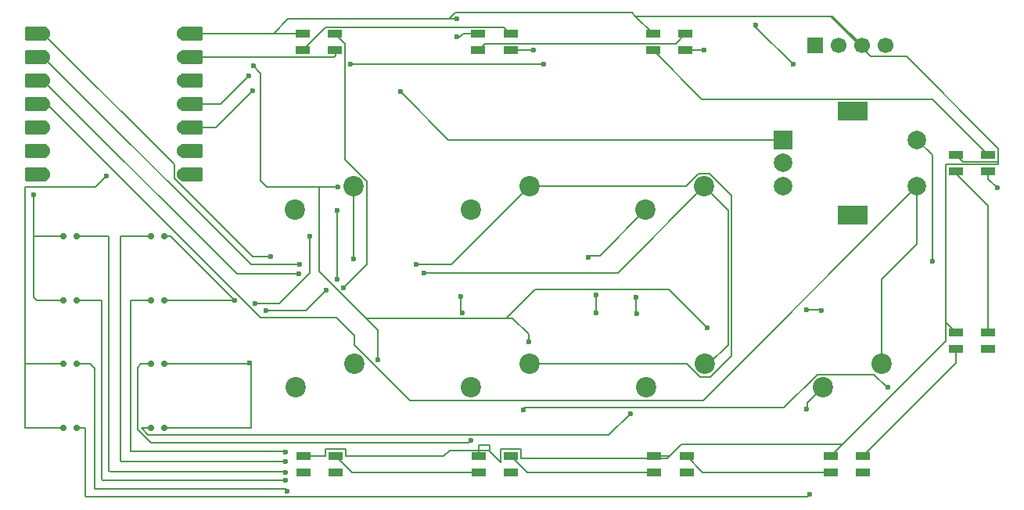
<source format=gbr>
%TF.GenerationSoftware,KiCad,Pcbnew,9.0.6*%
%TF.CreationDate,2025-11-29T18:30:52-05:00*%
%TF.ProjectId,Generalist_Macro,47656e65-7261-46c6-9973-745f4d616372,rev?*%
%TF.SameCoordinates,Original*%
%TF.FileFunction,Copper,L1,Top*%
%TF.FilePolarity,Positive*%
%FSLAX46Y46*%
G04 Gerber Fmt 4.6, Leading zero omitted, Abs format (unit mm)*
G04 Created by KiCad (PCBNEW 9.0.6) date 2025-11-29 18:30:52*
%MOMM*%
%LPD*%
G01*
G04 APERTURE LIST*
G04 Aperture macros list*
%AMRoundRect*
0 Rectangle with rounded corners*
0 $1 Rounding radius*
0 $2 $3 $4 $5 $6 $7 $8 $9 X,Y pos of 4 corners*
0 Add a 4 corners polygon primitive as box body*
4,1,4,$2,$3,$4,$5,$6,$7,$8,$9,$2,$3,0*
0 Add four circle primitives for the rounded corners*
1,1,$1+$1,$2,$3*
1,1,$1+$1,$4,$5*
1,1,$1+$1,$6,$7*
1,1,$1+$1,$8,$9*
0 Add four rect primitives between the rounded corners*
20,1,$1+$1,$2,$3,$4,$5,0*
20,1,$1+$1,$4,$5,$6,$7,0*
20,1,$1+$1,$6,$7,$8,$9,0*
20,1,$1+$1,$8,$9,$2,$3,0*%
G04 Aperture macros list end*
%TA.AperFunction,ComponentPad*%
%ADD10C,2.200000*%
%TD*%
%TA.AperFunction,SMDPad,CuDef*%
%ADD11R,1.600000X0.850000*%
%TD*%
%TA.AperFunction,SMDPad,CuDef*%
%ADD12RoundRect,0.150000X-0.150000X-0.200000X0.150000X-0.200000X0.150000X0.200000X-0.150000X0.200000X0*%
%TD*%
%TA.AperFunction,ComponentPad*%
%ADD13R,1.700000X1.700000*%
%TD*%
%TA.AperFunction,ComponentPad*%
%ADD14C,1.700000*%
%TD*%
%TA.AperFunction,SMDPad,CuDef*%
%ADD15RoundRect,0.150000X0.150000X0.200000X-0.150000X0.200000X-0.150000X-0.200000X0.150000X-0.200000X0*%
%TD*%
%TA.AperFunction,ComponentPad*%
%ADD16R,2.000000X2.000000*%
%TD*%
%TA.AperFunction,ComponentPad*%
%ADD17C,2.000000*%
%TD*%
%TA.AperFunction,ComponentPad*%
%ADD18R,3.200000X2.000000*%
%TD*%
%TA.AperFunction,SMDPad,CuDef*%
%ADD19RoundRect,0.152400X1.063600X0.609600X-1.063600X0.609600X-1.063600X-0.609600X1.063600X-0.609600X0*%
%TD*%
%TA.AperFunction,ComponentPad*%
%ADD20C,1.524000*%
%TD*%
%TA.AperFunction,SMDPad,CuDef*%
%ADD21RoundRect,0.152400X-1.063600X-0.609600X1.063600X-0.609600X1.063600X0.609600X-1.063600X0.609600X0*%
%TD*%
%TA.AperFunction,ViaPad*%
%ADD22C,0.600000*%
%TD*%
%TA.AperFunction,Conductor*%
%ADD23C,0.200000*%
%TD*%
G04 APERTURE END LIST*
D10*
%TO.P,SW5,1,1*%
%TO.N,Net-(D5-A)*%
X84960000Y-94980000D03*
%TO.P,SW5,2,2*%
%TO.N,Column 1*%
X91310000Y-92440000D03*
%TD*%
D11*
%TO.P,D18,1,VDD*%
%TO.N,+5V*%
X104750000Y-56725000D03*
%TO.P,D18,2,DOUT*%
%TO.N,Net-(D18-DOUT)*%
X104750000Y-58475000D03*
%TO.P,D18,3,VSS*%
%TO.N,GND*%
X108250000Y-58475000D03*
%TO.P,D18,4,DIN*%
%TO.N,Net-(D17-DOUT)*%
X108250000Y-56725000D03*
%TD*%
D10*
%TO.P,SW1,1,1*%
%TO.N,Net-(D1-A)*%
X84950000Y-75780000D03*
%TO.P,SW1,2,2*%
%TO.N,Column 1*%
X91300000Y-73240000D03*
%TD*%
D11*
%TO.P,D24,1,VDD*%
%TO.N,+5V*%
X104810000Y-102400000D03*
%TO.P,D24,2,DOUT*%
%TO.N,Net-(D24-DOUT)*%
X104810000Y-104150000D03*
%TO.P,D24,3,VSS*%
%TO.N,GND*%
X108310000Y-104150000D03*
%TO.P,D24,4,DIN*%
%TO.N,Net-(D23-DOUT)*%
X108310000Y-102400000D03*
%TD*%
D10*
%TO.P,SW8,1,1*%
%TO.N,Net-(D8-A)*%
X142050000Y-94980000D03*
%TO.P,SW8,2,2*%
%TO.N,Column 4*%
X148400000Y-92440000D03*
%TD*%
%TO.P,SW7,1,1*%
%TO.N,Net-(D7-A)*%
X122960000Y-94980000D03*
%TO.P,SW7,2,2*%
%TO.N,Column 3*%
X129310000Y-92440000D03*
%TD*%
D11*
%TO.P,D22,1,VDD*%
%TO.N,+5V*%
X142890000Y-102400000D03*
%TO.P,D22,2,DOUT*%
%TO.N,Net-(D22-DOUT)*%
X142890000Y-104150000D03*
%TO.P,D22,3,VSS*%
%TO.N,GND*%
X146390000Y-104150000D03*
%TO.P,D22,4,DIN*%
%TO.N,Net-(D21-DOUT)*%
X146390000Y-102400000D03*
%TD*%
D12*
%TO.P,D7,1,K*%
%TO.N,Row 2*%
X70750000Y-99331500D03*
%TO.P,D7,2,A*%
%TO.N,Net-(D7-A)*%
X69350000Y-99331500D03*
%TD*%
D11*
%TO.P,D23,1,VDD*%
%TO.N,+5V*%
X123800000Y-102400000D03*
%TO.P,D23,2,DOUT*%
%TO.N,Net-(D23-DOUT)*%
X123800000Y-104150000D03*
%TO.P,D23,3,VSS*%
%TO.N,GND*%
X127300000Y-104150000D03*
%TO.P,D23,4,DIN*%
%TO.N,Net-(D22-DOUT)*%
X127300000Y-102400000D03*
%TD*%
D13*
%TO.P,J1,1,Pin_1*%
%TO.N,SDA*%
X141190000Y-58000000D03*
D14*
%TO.P,J1,2,Pin_2*%
%TO.N,SCL*%
X143730000Y-58000000D03*
%TO.P,J1,3,Pin_3*%
%TO.N,+5V*%
X146270000Y-58000000D03*
%TO.P,J1,4,Pin_4*%
%TO.N,GND*%
X148810000Y-58000000D03*
%TD*%
D15*
%TO.P,D3,1,K*%
%TO.N,Row 1*%
X59850000Y-85531500D03*
%TO.P,D3,2,A*%
%TO.N,Net-(D3-A)*%
X61250000Y-85531500D03*
%TD*%
D11*
%TO.P,D25,1,VDD*%
%TO.N,+5V*%
X85800000Y-102400000D03*
%TO.P,D25,2,DOUT*%
%TO.N,unconnected-(D25-DOUT-Pad2)*%
X85800000Y-104150000D03*
%TO.P,D25,3,VSS*%
%TO.N,GND*%
X89300000Y-104150000D03*
%TO.P,D25,4,DIN*%
%TO.N,Net-(D24-DOUT)*%
X89300000Y-102400000D03*
%TD*%
D10*
%TO.P,SW2,1,1*%
%TO.N,Net-(D2-A)*%
X103960000Y-75780000D03*
%TO.P,SW2,2,2*%
%TO.N,Column 2*%
X110310000Y-73240000D03*
%TD*%
%TO.P,SW3,1,1*%
%TO.N,Net-(D3-A)*%
X122860000Y-75780000D03*
%TO.P,SW3,2,2*%
%TO.N,Column 3*%
X129210000Y-73240000D03*
%TD*%
D11*
%TO.P,D17,1,VDD*%
%TO.N,+5V*%
X85740000Y-56725000D03*
%TO.P,D17,2,DOUT*%
%TO.N,Net-(D17-DOUT)*%
X85740000Y-58475000D03*
%TO.P,D17,3,VSS*%
%TO.N,GND*%
X89240000Y-58475000D03*
%TO.P,D17,4,DIN*%
%TO.N,Net-(D16-DOUT)*%
X89240000Y-56725000D03*
%TD*%
D10*
%TO.P,SW6,1,1*%
%TO.N,Net-(D6-A)*%
X103970000Y-94980000D03*
%TO.P,SW6,2,2*%
%TO.N,Column 2*%
X110320000Y-92440000D03*
%TD*%
D16*
%TO.P,SW13,A,A*%
%TO.N,Rotary A*%
X137750000Y-68200000D03*
D17*
%TO.P,SW13,B,B*%
%TO.N,Rotary B*%
X137750000Y-73200000D03*
%TO.P,SW13,C,C*%
%TO.N,GND*%
X137750000Y-70700000D03*
D18*
%TO.P,SW13,MP*%
%TO.N,N/C*%
X145250000Y-65100000D03*
X145250000Y-76300000D03*
D17*
%TO.P,SW13,S1,S1*%
%TO.N,Column 4*%
X152250000Y-73200000D03*
%TO.P,SW13,S2,S2*%
%TO.N,Net-(D4-A)*%
X152250000Y-68200000D03*
%TD*%
D12*
%TO.P,D6,1,K*%
%TO.N,Row 2*%
X70750000Y-92431500D03*
%TO.P,D6,2,A*%
%TO.N,Net-(D6-A)*%
X69350000Y-92431500D03*
%TD*%
D19*
%TO.P,U1,1,GPIO26/ADC0/A0*%
%TO.N,Column 1*%
X56845000Y-56680000D03*
D20*
X57680000Y-56680000D03*
D19*
%TO.P,U1,2,GPIO27/ADC1/A1*%
%TO.N,Column 2*%
X56845000Y-59220000D03*
D20*
X57680000Y-59220000D03*
D19*
%TO.P,U1,3,GPIO28/ADC2/A2*%
%TO.N,Column 3*%
X56845000Y-61760000D03*
D20*
X57680000Y-61760000D03*
D19*
%TO.P,U1,4,GPIO29/ADC3/A3*%
%TO.N,Column 4*%
X56845000Y-64300000D03*
D20*
X57680000Y-64300000D03*
D19*
%TO.P,U1,5,GPIO6/SDA*%
%TO.N,SDA*%
X56845000Y-66840000D03*
D20*
X57680000Y-66840000D03*
D19*
%TO.P,U1,6,GPIO7/SCL*%
%TO.N,SCL*%
X56845000Y-69380000D03*
D20*
X57680000Y-69380000D03*
D19*
%TO.P,U1,7,GPIO0/TX*%
%TO.N,Row 1*%
X56845000Y-71920000D03*
D20*
X57680000Y-71920000D03*
%TO.P,U1,8,GPIO1/RX*%
%TO.N,Net-(D10-DIN)*%
X72920000Y-71920000D03*
D21*
X73755000Y-71920000D03*
D20*
%TO.P,U1,9,GPIO2/SCK*%
%TO.N,Row 2*%
X72920000Y-69380000D03*
D21*
X73755000Y-69380000D03*
D20*
%TO.P,U1,10,GPIO4/MISO*%
%TO.N,Rotary A*%
X72920000Y-66840000D03*
D21*
X73755000Y-66840000D03*
D20*
%TO.P,U1,11,GPIO3/MOSI*%
%TO.N,Rotary B*%
X72920000Y-64300000D03*
D21*
X73755000Y-64300000D03*
D20*
%TO.P,U1,12,3V3*%
%TO.N,unconnected-(U1-3V3-Pad12)*%
X72920000Y-61760000D03*
D21*
X73755000Y-61760000D03*
D20*
%TO.P,U1,13,GND*%
%TO.N,GND*%
X72920000Y-59220000D03*
D21*
X73755000Y-59220000D03*
D20*
%TO.P,U1,14,VBUS*%
%TO.N,+5V*%
X72920000Y-56680000D03*
D21*
X73755000Y-56680000D03*
%TD*%
D11*
%TO.P,D19,1,VDD*%
%TO.N,+5V*%
X123650000Y-56725000D03*
%TO.P,D19,2,DOUT*%
%TO.N,Net-(D19-DOUT)*%
X123650000Y-58475000D03*
%TO.P,D19,3,VSS*%
%TO.N,GND*%
X127150000Y-58475000D03*
%TO.P,D19,4,DIN*%
%TO.N,Net-(D18-DOUT)*%
X127150000Y-56725000D03*
%TD*%
D15*
%TO.P,D8,1,K*%
%TO.N,Row 2*%
X59850000Y-99331500D03*
%TO.P,D8,2,A*%
%TO.N,Net-(D8-A)*%
X61250000Y-99331500D03*
%TD*%
%TO.P,D2,1,K*%
%TO.N,Row 1*%
X59850000Y-78631500D03*
%TO.P,D2,2,A*%
%TO.N,Net-(D2-A)*%
X61250000Y-78631500D03*
%TD*%
%TO.P,D5,1,K*%
%TO.N,Row 2*%
X59850000Y-92431500D03*
%TO.P,D5,2,A*%
%TO.N,Net-(D5-A)*%
X61250000Y-92431500D03*
%TD*%
D12*
%TO.P,D1,1,K*%
%TO.N,Row 1*%
X70750000Y-78631500D03*
%TO.P,D1,2,A*%
%TO.N,Net-(D1-A)*%
X69350000Y-78631500D03*
%TD*%
D11*
%TO.P,D21,1,VDD*%
%TO.N,+5V*%
X156450000Y-89025000D03*
%TO.P,D21,2,DOUT*%
%TO.N,Net-(D21-DOUT)*%
X156450000Y-90775000D03*
%TO.P,D21,3,VSS*%
%TO.N,GND*%
X159950000Y-90775000D03*
%TO.P,D21,4,DIN*%
%TO.N,Net-(D20-DOUT)*%
X159950000Y-89025000D03*
%TD*%
D12*
%TO.P,D4,1,K*%
%TO.N,Row 1*%
X70750000Y-85531500D03*
%TO.P,D4,2,A*%
%TO.N,Net-(D4-A)*%
X69350000Y-85531500D03*
%TD*%
D11*
%TO.P,D20,1,VDD*%
%TO.N,+5V*%
X156450000Y-69825000D03*
%TO.P,D20,2,DOUT*%
%TO.N,Net-(D20-DOUT)*%
X156450000Y-71575000D03*
%TO.P,D20,3,VSS*%
%TO.N,GND*%
X159950000Y-71575000D03*
%TO.P,D20,4,DIN*%
%TO.N,Net-(D19-DOUT)*%
X159950000Y-69825000D03*
%TD*%
D22*
%TO.N,Net-(D1-A)*%
X89500000Y-75800000D03*
X88300000Y-84500000D03*
X89500000Y-83300000D03*
X81800000Y-86700000D03*
X83900000Y-103000000D03*
%TO.N,Net-(D2-A)*%
X80600000Y-85900000D03*
X86500000Y-78600000D03*
X83900000Y-104200000D03*
%TO.N,Net-(D4-A)*%
X83900000Y-102000000D03*
X153900000Y-81300000D03*
X109600000Y-97400000D03*
X149100000Y-95000000D03*
%TO.N,Net-(D3-A)*%
X83900000Y-105000000D03*
X117500000Y-84975735D03*
X117500000Y-86900000D03*
X116675735Y-80924265D03*
%TO.N,Net-(D6-A)*%
X104000000Y-100700000D03*
%TO.N,Net-(D5-A)*%
X84100000Y-106235733D03*
%TO.N,Net-(D7-A)*%
X121200000Y-97800000D03*
%TO.N,Net-(D8-A)*%
X140600000Y-106600000D03*
X140300000Y-97300000D03*
%TO.N,Row 1*%
X78400000Y-85600000D03*
X56600000Y-74100000D03*
%TO.N,Row 2*%
X80000000Y-92300000D03*
X64500000Y-72100000D03*
%TO.N,+5V*%
X102400000Y-55100000D03*
X102400000Y-57000000D03*
X80400000Y-60200000D03*
X89600000Y-73300000D03*
X129510721Y-88493130D03*
X93900000Y-92000000D03*
X110196967Y-90039500D03*
%TO.N,GND*%
X160900000Y-73400000D03*
X121800000Y-85200000D03*
X102900000Y-85100000D03*
X140300000Y-86600000D03*
X129200000Y-58500000D03*
X103000000Y-86900000D03*
X110700000Y-58500000D03*
X121900000Y-87000000D03*
X141900000Y-86700000D03*
%TO.N,SDA*%
X111800000Y-60000000D03*
X90941000Y-60000000D03*
%TO.N,Net-(D16-DOUT)*%
X90200000Y-84200000D03*
%TO.N,SCL*%
X138800000Y-60000000D03*
X134800000Y-55800000D03*
%TO.N,Column 1*%
X91300000Y-81100000D03*
X82300000Y-80800000D03*
%TO.N,Column 2*%
X98000000Y-81700000D03*
X85400000Y-81700000D03*
%TO.N,Column 3*%
X85300000Y-82700000D03*
X98900000Y-82600000D03*
%TO.N,Rotary B*%
X79900000Y-61300000D03*
%TO.N,Rotary A*%
X80300000Y-62900000D03*
X96306985Y-62993015D03*
%TD*%
D23*
%TO.N,Net-(D1-A)*%
X81800000Y-86700000D02*
X86100000Y-86700000D01*
X86100000Y-86700000D02*
X88300000Y-84500000D01*
X89500000Y-83300000D02*
X89500000Y-75800000D01*
X66000000Y-102900000D02*
X66100000Y-103000000D01*
X66100000Y-103000000D02*
X83900000Y-103000000D01*
X66000000Y-78700000D02*
X66000000Y-102900000D01*
X66068500Y-78631500D02*
X66000000Y-78700000D01*
X69350000Y-78631500D02*
X66068500Y-78631500D01*
%TO.N,Net-(D2-A)*%
X64731500Y-78631500D02*
X64800000Y-78700000D01*
X61250000Y-78631500D02*
X64731500Y-78631500D01*
X64800000Y-78700000D02*
X64800000Y-104000000D01*
X64800000Y-104000000D02*
X64900000Y-104100000D01*
X61250000Y-78550000D02*
X61200000Y-78500000D01*
X61250000Y-78631500D02*
X61250000Y-78550000D01*
%TO.N,Net-(D3-A)*%
X63931500Y-85531500D02*
X64000000Y-85600000D01*
X61250000Y-85531500D02*
X63931500Y-85531500D01*
X64000000Y-85600000D02*
X64000000Y-104900000D01*
X64000000Y-104900000D02*
X64100000Y-105000000D01*
%TO.N,Net-(D8-A)*%
X62131500Y-99331500D02*
X62200000Y-99400000D01*
X62200000Y-106735733D02*
X62300000Y-106835733D01*
X61250000Y-99331500D02*
X62131500Y-99331500D01*
X62200000Y-99400000D02*
X62200000Y-106735733D01*
X62300000Y-106835733D02*
X62600000Y-106835733D01*
%TO.N,Net-(D2-A)*%
X64900000Y-104100000D02*
X83800000Y-104100000D01*
X83800000Y-104100000D02*
X83900000Y-104200000D01*
X86500000Y-82600000D02*
X86500000Y-78600000D01*
X80600000Y-85900000D02*
X83200000Y-85900000D01*
X83200000Y-85900000D02*
X86500000Y-82600000D01*
%TO.N,Net-(D4-A)*%
X67100000Y-101900000D02*
X83800000Y-101900000D01*
X109600000Y-97400000D02*
X109801000Y-97199000D01*
X137849686Y-97199000D02*
X141469686Y-93579000D01*
X69350000Y-85531500D02*
X67168500Y-85531500D01*
X109801000Y-97199000D02*
X137849686Y-97199000D01*
X147557686Y-93579000D02*
X148978686Y-95000000D01*
X148978686Y-95000000D02*
X149100000Y-95000000D01*
X67100000Y-85600000D02*
X67100000Y-101900000D01*
X67168500Y-85531500D02*
X67100000Y-85600000D01*
X83800000Y-101900000D02*
X83900000Y-102000000D01*
X141469686Y-93579000D02*
X147557686Y-93579000D01*
X153900000Y-81300000D02*
X153900000Y-69850000D01*
X153900000Y-69850000D02*
X152250000Y-68200000D01*
%TO.N,Net-(D3-A)*%
X117500000Y-86900000D02*
X117500000Y-84975735D01*
X117940000Y-80700000D02*
X122860000Y-75780000D01*
X64100000Y-105000000D02*
X83900000Y-105000000D01*
X116675735Y-80924265D02*
X116900000Y-80700000D01*
X116900000Y-80700000D02*
X117940000Y-80700000D01*
%TO.N,Net-(D6-A)*%
X69350000Y-92431500D02*
X68268500Y-92431500D01*
X67899000Y-92801000D02*
X67899000Y-99566100D01*
X67899000Y-99566100D02*
X69332900Y-101000000D01*
X68268500Y-92431500D02*
X67899000Y-92801000D01*
X69332900Y-101000000D02*
X103700000Y-101000000D01*
X103700000Y-101000000D02*
X104000000Y-100700000D01*
%TO.N,Net-(D5-A)*%
X61250000Y-92431500D02*
X62731500Y-92431500D01*
X62731500Y-92431500D02*
X63200000Y-92900000D01*
X83864267Y-106000000D02*
X84100000Y-106235733D01*
X63200000Y-92900000D02*
X63200000Y-106000000D01*
X63200000Y-106000000D02*
X83864267Y-106000000D01*
%TO.N,+5V*%
X105973500Y-101236500D02*
X104810000Y-101236500D01*
X104810000Y-101236500D02*
X104810000Y-102400000D01*
X126636500Y-101236500D02*
X125173000Y-102700000D01*
X109411000Y-102700000D02*
X109411000Y-101674000D01*
X125173000Y-102700000D02*
X109411000Y-102700000D01*
X109411000Y-101674000D02*
X107209000Y-101674000D01*
X107209000Y-101674000D02*
X107209000Y-103109000D01*
X107209000Y-103109000D02*
X105973500Y-101873500D01*
X105973500Y-101873500D02*
X105973500Y-101236500D01*
X105973500Y-101236500D02*
X105973500Y-101800000D01*
X105973500Y-101800000D02*
X101636500Y-101800000D01*
X101636500Y-101800000D02*
X101036500Y-102400000D01*
X88199000Y-101674000D02*
X88199000Y-102400000D01*
X101036500Y-102400000D02*
X90401000Y-102400000D01*
X90401000Y-101674000D02*
X88199000Y-101674000D01*
X90401000Y-102400000D02*
X90401000Y-101674000D01*
X88199000Y-102400000D02*
X85800000Y-102400000D01*
%TO.N,Net-(D7-A)*%
X118900000Y-100100000D02*
X121200000Y-97800000D01*
X69000000Y-100100000D02*
X118900000Y-100100000D01*
X68300000Y-99400000D02*
X69000000Y-100100000D01*
X69350000Y-99331500D02*
X68368500Y-99331500D01*
X68368500Y-99331500D02*
X68300000Y-99400000D01*
%TO.N,Net-(D8-A)*%
X140364267Y-106835733D02*
X140600000Y-106600000D01*
X62735733Y-106835733D02*
X62600000Y-106835733D01*
X62600000Y-106835733D02*
X140364267Y-106835733D01*
X140300000Y-97300000D02*
X140400000Y-97200000D01*
X140400000Y-97200000D02*
X140400000Y-96630000D01*
X140400000Y-96630000D02*
X142050000Y-94980000D01*
%TO.N,Row 1*%
X70750000Y-78631500D02*
X71431500Y-78631500D01*
X71431500Y-78631500D02*
X78400000Y-85600000D01*
X78331500Y-85531500D02*
X78400000Y-85600000D01*
X70750000Y-85531500D02*
X78331500Y-85531500D01*
X56931500Y-85531500D02*
X56600000Y-85200000D01*
X56600000Y-85200000D02*
X56600000Y-78500000D01*
X59850000Y-85531500D02*
X56931500Y-85531500D01*
X56600000Y-78500000D02*
X56600000Y-74100000D01*
X59850000Y-78631500D02*
X56731500Y-78631500D01*
X56731500Y-78631500D02*
X56600000Y-78500000D01*
%TO.N,Row 2*%
X80168500Y-99331500D02*
X80200000Y-99300000D01*
X80200000Y-99300000D02*
X80200000Y-92500000D01*
X70750000Y-99331500D02*
X80168500Y-99331500D01*
X80200000Y-92500000D02*
X80000000Y-92300000D01*
X70750000Y-92431500D02*
X79868500Y-92431500D01*
X79868500Y-92431500D02*
X80000000Y-92300000D01*
X55729190Y-99329190D02*
X55729190Y-92400000D01*
X59850000Y-92431500D02*
X55760690Y-92431500D01*
X55760690Y-92431500D02*
X55729190Y-92400000D01*
X63300000Y-73300000D02*
X64500000Y-72100000D01*
X55729190Y-73300000D02*
X63300000Y-73300000D01*
X55868500Y-99331500D02*
X55800000Y-99400000D01*
X55800000Y-99400000D02*
X55729190Y-99329190D01*
X59850000Y-99331500D02*
X55868500Y-99331500D01*
X55729190Y-92400000D02*
X55729190Y-73300000D01*
%TO.N,+5V*%
X87500000Y-73300000D02*
X89600000Y-73300000D01*
X125473000Y-102400000D02*
X123800000Y-102400000D01*
X157176000Y-70551000D02*
X156450000Y-69825000D01*
X125393326Y-84375735D02*
X129510721Y-88493130D01*
X161051000Y-69600000D02*
X161051000Y-70551000D01*
X85695000Y-56680000D02*
X85740000Y-56725000D01*
X161051000Y-69099000D02*
X161051000Y-69600000D01*
X144145000Y-101145000D02*
X126728000Y-101145000D01*
X102262267Y-54437733D02*
X121362733Y-54437733D01*
X87500000Y-73300000D02*
X87500000Y-82400000D01*
X92601000Y-87501000D02*
X90800000Y-85700000D01*
X155349000Y-86700000D02*
X155349000Y-87924000D01*
X73755000Y-56680000D02*
X82600000Y-56680000D01*
X101600000Y-55100000D02*
X102262267Y-54437733D01*
X107800000Y-87501000D02*
X110925265Y-84375735D01*
X161051000Y-70849000D02*
X155349000Y-70849000D01*
X107800000Y-87501000D02*
X92601000Y-87501000D01*
X155349000Y-86700000D02*
X155349000Y-89941000D01*
X93900000Y-88800000D02*
X93900000Y-92000000D01*
X121712500Y-54787500D02*
X142900000Y-54787500D01*
X121712500Y-54787500D02*
X123650000Y-56725000D01*
X101600000Y-55100000D02*
X102400000Y-55100000D01*
X110196968Y-90039499D02*
X110196968Y-89210498D01*
X80400000Y-60200000D02*
X81200000Y-61000000D01*
X126728000Y-101145000D02*
X126636500Y-101236500D01*
X121362733Y-54437733D02*
X121712500Y-54787500D01*
X151103000Y-59151000D02*
X161051000Y-69099000D01*
X81200000Y-61000000D02*
X81200000Y-72600000D01*
X144145000Y-101145000D02*
X142890000Y-102400000D01*
X102800000Y-57000000D02*
X103075000Y-56725000D01*
X143057500Y-54787500D02*
X146270000Y-58000000D01*
X155349000Y-89941000D02*
X144145000Y-101145000D01*
X110196968Y-89210498D02*
X108487470Y-87501000D01*
X81900000Y-73300000D02*
X87500000Y-73300000D01*
X90800000Y-85700000D02*
X93900000Y-88800000D01*
X82600000Y-56680000D02*
X85695000Y-56680000D01*
X142900000Y-54787500D02*
X147263500Y-59151000D01*
X110925265Y-84375735D02*
X125393326Y-84375735D01*
X147263500Y-59151000D02*
X151103000Y-59151000D01*
X142900000Y-54787500D02*
X143057500Y-54787500D01*
X87500000Y-82400000D02*
X90800000Y-85700000D01*
X108487470Y-87501000D02*
X107800000Y-87501000D01*
X81200000Y-72600000D02*
X81900000Y-73300000D01*
X102400000Y-57000000D02*
X102800000Y-57000000D01*
X84180000Y-55100000D02*
X101600000Y-55100000D01*
X82600000Y-56680000D02*
X84180000Y-55100000D01*
X155349000Y-87924000D02*
X156450000Y-89025000D01*
X161051000Y-70551000D02*
X157176000Y-70551000D01*
X155349000Y-70849000D02*
X155349000Y-86700000D01*
X161051000Y-69600000D02*
X161051000Y-70849000D01*
X103075000Y-56725000D02*
X104750000Y-56725000D01*
X110196967Y-90039500D02*
X110196968Y-90039499D01*
X126636500Y-101236500D02*
X125473000Y-102400000D01*
%TO.N,GND*%
X73755000Y-59220000D02*
X89180000Y-59220000D01*
X160900000Y-73400000D02*
X159950000Y-72450000D01*
X89300000Y-58535000D02*
X89240000Y-58475000D01*
X89300000Y-59100000D02*
X89300000Y-58535000D01*
X89180000Y-59220000D02*
X89300000Y-59100000D01*
X129200000Y-58500000D02*
X129175000Y-58475000D01*
X102900000Y-85100000D02*
X102900000Y-86800000D01*
X110675000Y-58475000D02*
X108250000Y-58475000D01*
X102900000Y-86800000D02*
X103000000Y-86900000D01*
X140300000Y-86600000D02*
X141800000Y-86600000D01*
X159950000Y-72450000D02*
X159950000Y-71575000D01*
X121800000Y-86900000D02*
X121900000Y-87000000D01*
X129175000Y-58475000D02*
X127150000Y-58475000D01*
X141800000Y-86600000D02*
X141900000Y-86700000D01*
X121800000Y-85200000D02*
X121800000Y-86900000D01*
X110700000Y-58500000D02*
X110675000Y-58475000D01*
%TO.N,SDA*%
X111800000Y-60000000D02*
X90941000Y-60000000D01*
%TO.N,Net-(D20-DOUT)*%
X156175000Y-71575000D02*
X159950000Y-75350000D01*
X159950000Y-75350000D02*
X159950000Y-89025000D01*
X156450000Y-71575000D02*
X156175000Y-71575000D01*
%TO.N,Net-(D16-DOUT)*%
X90341000Y-70299686D02*
X90341000Y-57826000D01*
X92701000Y-72659686D02*
X90341000Y-70299686D01*
X90341000Y-57826000D02*
X89240000Y-56725000D01*
X92701000Y-81699000D02*
X92701000Y-72659686D01*
X90200000Y-84200000D02*
X92701000Y-81699000D01*
%TO.N,Net-(D18-DOUT)*%
X104750000Y-58475000D02*
X105476000Y-57749000D01*
X126126000Y-57749000D02*
X127150000Y-56725000D01*
X105476000Y-57749000D02*
X126126000Y-57749000D01*
%TO.N,Net-(D19-DOUT)*%
X128974000Y-63799000D02*
X153924000Y-63799000D01*
X123650000Y-58475000D02*
X128974000Y-63799000D01*
X123650000Y-58475000D02*
X123775000Y-58475000D01*
X153924000Y-63799000D02*
X159950000Y-69825000D01*
X123775000Y-58475000D02*
X123900000Y-58600000D01*
%TO.N,SCL*%
X134800000Y-55800000D02*
X134800000Y-56000000D01*
X134800000Y-56000000D02*
X138800000Y-60000000D01*
%TO.N,Column 1*%
X91300000Y-81100000D02*
X91300000Y-73240000D01*
X57680000Y-56680000D02*
X71857000Y-70857000D01*
X71857000Y-72360310D02*
X80296690Y-80800000D01*
X71857000Y-70857000D02*
X71857000Y-72360310D01*
X80296690Y-80800000D02*
X82300000Y-80800000D01*
%TO.N,Column 2*%
X57680000Y-59220000D02*
X80160000Y-81700000D01*
X101850000Y-81700000D02*
X110310000Y-73240000D01*
X128729686Y-93841000D02*
X127328686Y-92440000D01*
X128629686Y-71839000D02*
X129790314Y-71839000D01*
X80160000Y-81700000D02*
X85400000Y-81700000D01*
X132182000Y-74230686D02*
X132182000Y-91549314D01*
X127328686Y-92440000D02*
X110320000Y-92440000D01*
X98000000Y-81700000D02*
X101850000Y-81700000D01*
X132182000Y-91549314D02*
X129890314Y-93841000D01*
X129890314Y-93841000D02*
X128729686Y-93841000D01*
X110310000Y-73240000D02*
X127228686Y-73240000D01*
X127228686Y-73240000D02*
X128629686Y-71839000D01*
X129790314Y-71839000D02*
X132182000Y-74230686D01*
%TO.N,Column 3*%
X129738470Y-92440000D02*
X129310000Y-92440000D01*
X129210000Y-73240000D02*
X131781000Y-75811000D01*
X119850000Y-82600000D02*
X129210000Y-73240000D01*
X98900000Y-82600000D02*
X119850000Y-82600000D01*
X78620000Y-82700000D02*
X85300000Y-82700000D01*
X131781000Y-75811000D02*
X131781000Y-90397470D01*
X57680000Y-61760000D02*
X78620000Y-82700000D01*
X131781000Y-90397470D02*
X129738470Y-92440000D01*
%TO.N,Column 4*%
X56845000Y-64300000D02*
X58061000Y-64300000D01*
X152250000Y-73200000D02*
X152250000Y-79450000D01*
X91379000Y-90397470D02*
X97362530Y-96381000D01*
X129069000Y-96381000D02*
X152250000Y-73200000D01*
X97362530Y-96381000D02*
X129069000Y-96381000D01*
X58061000Y-64300000D02*
X81219000Y-87458000D01*
X148400000Y-83300000D02*
X148400000Y-92440000D01*
X91379000Y-89402530D02*
X91379000Y-90397470D01*
X81219000Y-87458000D02*
X89434470Y-87458000D01*
X152250000Y-79450000D02*
X148400000Y-83300000D01*
X89434470Y-87458000D02*
X91379000Y-89402530D01*
%TO.N,Rotary B*%
X73755000Y-64300000D02*
X76900000Y-64300000D01*
X76900000Y-64300000D02*
X79900000Y-61300000D01*
%TO.N,Rotary A*%
X76360000Y-66840000D02*
X80300000Y-62900000D01*
X73755000Y-66840000D02*
X76360000Y-66840000D01*
X96306985Y-62993015D02*
X101513970Y-68200000D01*
X101513970Y-68200000D02*
X137750000Y-68200000D01*
%TO.N,Net-(D17-DOUT)*%
X85740000Y-58475000D02*
X88216000Y-55999000D01*
X88216000Y-55999000D02*
X107524000Y-55999000D01*
X107524000Y-55999000D02*
X108250000Y-56725000D01*
%TO.N,Net-(D21-DOUT)*%
X156450000Y-90775000D02*
X156450000Y-92340000D01*
X156450000Y-92340000D02*
X146390000Y-102400000D01*
%TO.N,Net-(D22-DOUT)*%
X142890000Y-104150000D02*
X129050000Y-104150000D01*
X129050000Y-104150000D02*
X127300000Y-102400000D01*
%TO.N,Net-(D23-DOUT)*%
X110060000Y-104150000D02*
X108310000Y-102400000D01*
X123800000Y-104150000D02*
X110060000Y-104150000D01*
%TO.N,Net-(D24-DOUT)*%
X104810000Y-104150000D02*
X91050000Y-104150000D01*
X91050000Y-104150000D02*
X89300000Y-102400000D01*
%TD*%
M02*

</source>
